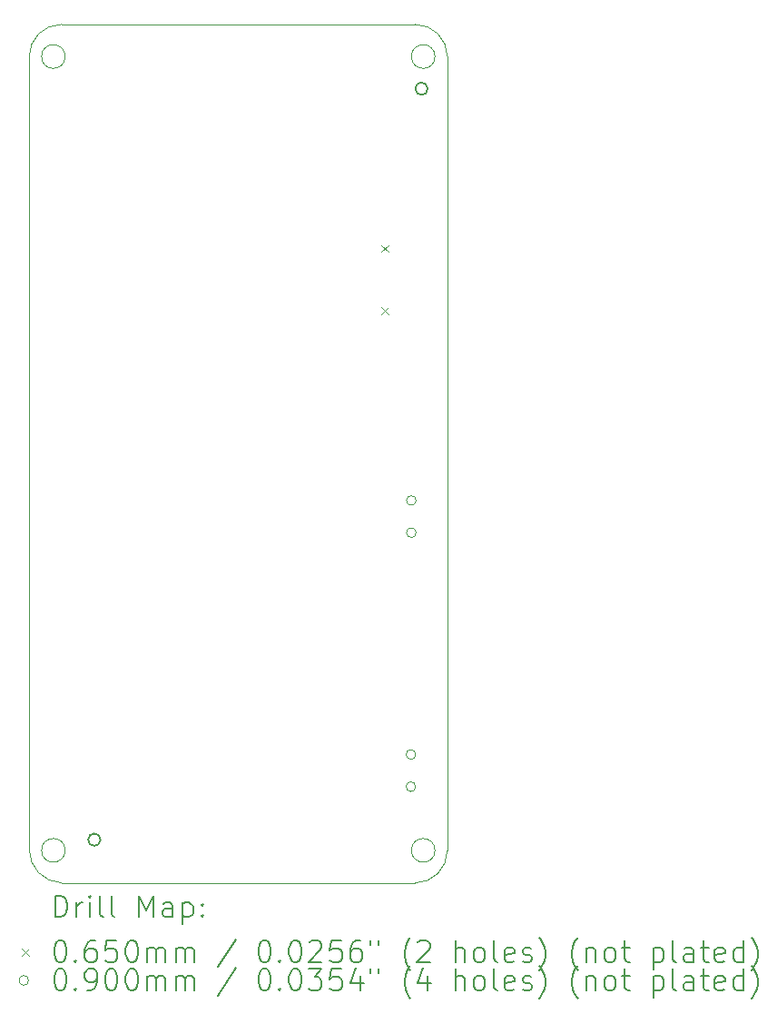
<source format=gbr>
%TF.GenerationSoftware,KiCad,Pcbnew,7.0.2-0*%
%TF.CreationDate,2023-11-23T12:17:39+01:00*%
%TF.ProjectId,Flight Computer,466c6967-6874-4204-936f-6d7075746572,1.1*%
%TF.SameCoordinates,Original*%
%TF.FileFunction,Drillmap*%
%TF.FilePolarity,Positive*%
%FSLAX45Y45*%
G04 Gerber Fmt 4.5, Leading zero omitted, Abs format (unit mm)*
G04 Created by KiCad (PCBNEW 7.0.2-0) date 2023-11-23 12:17:39*
%MOMM*%
%LPD*%
G01*
G04 APERTURE LIST*
%ADD10C,0.100000*%
%ADD11C,0.150000*%
%ADD12C,0.200000*%
%ADD13C,0.065000*%
%ADD14C,0.090000*%
G04 APERTURE END LIST*
D10*
X12300000Y-2153250D02*
G75*
G03*
X12000000Y-1853250I-300000J0D01*
G01*
X8735000Y-2153250D02*
G75*
G03*
X8735000Y-2153250I-110000J0D01*
G01*
X8700000Y-1853250D02*
G75*
G03*
X8400000Y-2153250I0J-300000D01*
G01*
D11*
X12116600Y-2453000D02*
G75*
G03*
X12116600Y-2453000I-57600J0D01*
G01*
D10*
X12000000Y-1853250D02*
X8700000Y-1853250D01*
X8735000Y-9550000D02*
G75*
G03*
X8735000Y-9550000I-110000J0D01*
G01*
X12185000Y-2153250D02*
G75*
G03*
X12185000Y-2153250I-110000J0D01*
G01*
X12000000Y-9853250D02*
G75*
G03*
X12300000Y-9553250I0J300000D01*
G01*
X8399765Y-9541118D02*
G75*
G03*
X8700000Y-9853250I312366J-2D01*
G01*
X12185000Y-9550000D02*
G75*
G03*
X12185000Y-9550000I-110000J0D01*
G01*
X8700000Y-9853250D02*
X12000000Y-9853250D01*
D11*
X9064600Y-9451000D02*
G75*
G03*
X9064600Y-9451000I-57600J0D01*
G01*
D10*
X12300000Y-9553250D02*
X12300000Y-2153250D01*
X8400000Y-2153250D02*
X8400000Y-9541118D01*
D12*
D13*
X11683500Y-3910750D02*
X11748500Y-3975750D01*
X11748500Y-3910750D02*
X11683500Y-3975750D01*
X11683500Y-4488750D02*
X11748500Y-4553750D01*
X11748500Y-4488750D02*
X11683500Y-4553750D01*
D14*
X12005000Y-8657000D02*
G75*
G03*
X12005000Y-8657000I-45000J0D01*
G01*
X12005000Y-8957000D02*
G75*
G03*
X12005000Y-8957000I-45000J0D01*
G01*
X12009000Y-6290000D02*
G75*
G03*
X12009000Y-6290000I-45000J0D01*
G01*
X12009000Y-6590000D02*
G75*
G03*
X12009000Y-6590000I-45000J0D01*
G01*
D12*
X8642383Y-10170774D02*
X8642383Y-9970774D01*
X8642383Y-9970774D02*
X8690002Y-9970774D01*
X8690002Y-9970774D02*
X8718574Y-9980298D01*
X8718574Y-9980298D02*
X8737622Y-9999345D01*
X8737622Y-9999345D02*
X8747145Y-10018393D01*
X8747145Y-10018393D02*
X8756669Y-10056488D01*
X8756669Y-10056488D02*
X8756669Y-10085060D01*
X8756669Y-10085060D02*
X8747145Y-10123155D01*
X8747145Y-10123155D02*
X8737622Y-10142202D01*
X8737622Y-10142202D02*
X8718574Y-10161250D01*
X8718574Y-10161250D02*
X8690002Y-10170774D01*
X8690002Y-10170774D02*
X8642383Y-10170774D01*
X8842383Y-10170774D02*
X8842383Y-10037440D01*
X8842383Y-10075536D02*
X8851907Y-10056488D01*
X8851907Y-10056488D02*
X8861431Y-10046964D01*
X8861431Y-10046964D02*
X8880479Y-10037440D01*
X8880479Y-10037440D02*
X8899526Y-10037440D01*
X8966193Y-10170774D02*
X8966193Y-10037440D01*
X8966193Y-9970774D02*
X8956669Y-9980298D01*
X8956669Y-9980298D02*
X8966193Y-9989821D01*
X8966193Y-9989821D02*
X8975717Y-9980298D01*
X8975717Y-9980298D02*
X8966193Y-9970774D01*
X8966193Y-9970774D02*
X8966193Y-9989821D01*
X9090002Y-10170774D02*
X9070955Y-10161250D01*
X9070955Y-10161250D02*
X9061431Y-10142202D01*
X9061431Y-10142202D02*
X9061431Y-9970774D01*
X9194764Y-10170774D02*
X9175717Y-10161250D01*
X9175717Y-10161250D02*
X9166193Y-10142202D01*
X9166193Y-10142202D02*
X9166193Y-9970774D01*
X9423336Y-10170774D02*
X9423336Y-9970774D01*
X9423336Y-9970774D02*
X9490003Y-10113631D01*
X9490003Y-10113631D02*
X9556669Y-9970774D01*
X9556669Y-9970774D02*
X9556669Y-10170774D01*
X9737622Y-10170774D02*
X9737622Y-10066012D01*
X9737622Y-10066012D02*
X9728098Y-10046964D01*
X9728098Y-10046964D02*
X9709050Y-10037440D01*
X9709050Y-10037440D02*
X9670955Y-10037440D01*
X9670955Y-10037440D02*
X9651907Y-10046964D01*
X9737622Y-10161250D02*
X9718574Y-10170774D01*
X9718574Y-10170774D02*
X9670955Y-10170774D01*
X9670955Y-10170774D02*
X9651907Y-10161250D01*
X9651907Y-10161250D02*
X9642383Y-10142202D01*
X9642383Y-10142202D02*
X9642383Y-10123155D01*
X9642383Y-10123155D02*
X9651907Y-10104107D01*
X9651907Y-10104107D02*
X9670955Y-10094583D01*
X9670955Y-10094583D02*
X9718574Y-10094583D01*
X9718574Y-10094583D02*
X9737622Y-10085060D01*
X9832860Y-10037440D02*
X9832860Y-10237440D01*
X9832860Y-10046964D02*
X9851907Y-10037440D01*
X9851907Y-10037440D02*
X9890003Y-10037440D01*
X9890003Y-10037440D02*
X9909050Y-10046964D01*
X9909050Y-10046964D02*
X9918574Y-10056488D01*
X9918574Y-10056488D02*
X9928098Y-10075536D01*
X9928098Y-10075536D02*
X9928098Y-10132679D01*
X9928098Y-10132679D02*
X9918574Y-10151726D01*
X9918574Y-10151726D02*
X9909050Y-10161250D01*
X9909050Y-10161250D02*
X9890003Y-10170774D01*
X9890003Y-10170774D02*
X9851907Y-10170774D01*
X9851907Y-10170774D02*
X9832860Y-10161250D01*
X10013812Y-10151726D02*
X10023336Y-10161250D01*
X10023336Y-10161250D02*
X10013812Y-10170774D01*
X10013812Y-10170774D02*
X10004288Y-10161250D01*
X10004288Y-10161250D02*
X10013812Y-10151726D01*
X10013812Y-10151726D02*
X10013812Y-10170774D01*
X10013812Y-10046964D02*
X10023336Y-10056488D01*
X10023336Y-10056488D02*
X10013812Y-10066012D01*
X10013812Y-10066012D02*
X10004288Y-10056488D01*
X10004288Y-10056488D02*
X10013812Y-10046964D01*
X10013812Y-10046964D02*
X10013812Y-10066012D01*
D13*
X8329764Y-10465750D02*
X8394764Y-10530750D01*
X8394764Y-10465750D02*
X8329764Y-10530750D01*
D12*
X8680479Y-10390774D02*
X8699526Y-10390774D01*
X8699526Y-10390774D02*
X8718574Y-10400298D01*
X8718574Y-10400298D02*
X8728098Y-10409821D01*
X8728098Y-10409821D02*
X8737622Y-10428869D01*
X8737622Y-10428869D02*
X8747145Y-10466964D01*
X8747145Y-10466964D02*
X8747145Y-10514583D01*
X8747145Y-10514583D02*
X8737622Y-10552679D01*
X8737622Y-10552679D02*
X8728098Y-10571726D01*
X8728098Y-10571726D02*
X8718574Y-10581250D01*
X8718574Y-10581250D02*
X8699526Y-10590774D01*
X8699526Y-10590774D02*
X8680479Y-10590774D01*
X8680479Y-10590774D02*
X8661431Y-10581250D01*
X8661431Y-10581250D02*
X8651907Y-10571726D01*
X8651907Y-10571726D02*
X8642383Y-10552679D01*
X8642383Y-10552679D02*
X8632860Y-10514583D01*
X8632860Y-10514583D02*
X8632860Y-10466964D01*
X8632860Y-10466964D02*
X8642383Y-10428869D01*
X8642383Y-10428869D02*
X8651907Y-10409821D01*
X8651907Y-10409821D02*
X8661431Y-10400298D01*
X8661431Y-10400298D02*
X8680479Y-10390774D01*
X8832860Y-10571726D02*
X8842383Y-10581250D01*
X8842383Y-10581250D02*
X8832860Y-10590774D01*
X8832860Y-10590774D02*
X8823336Y-10581250D01*
X8823336Y-10581250D02*
X8832860Y-10571726D01*
X8832860Y-10571726D02*
X8832860Y-10590774D01*
X9013812Y-10390774D02*
X8975717Y-10390774D01*
X8975717Y-10390774D02*
X8956669Y-10400298D01*
X8956669Y-10400298D02*
X8947145Y-10409821D01*
X8947145Y-10409821D02*
X8928098Y-10438393D01*
X8928098Y-10438393D02*
X8918574Y-10476488D01*
X8918574Y-10476488D02*
X8918574Y-10552679D01*
X8918574Y-10552679D02*
X8928098Y-10571726D01*
X8928098Y-10571726D02*
X8937622Y-10581250D01*
X8937622Y-10581250D02*
X8956669Y-10590774D01*
X8956669Y-10590774D02*
X8994764Y-10590774D01*
X8994764Y-10590774D02*
X9013812Y-10581250D01*
X9013812Y-10581250D02*
X9023336Y-10571726D01*
X9023336Y-10571726D02*
X9032860Y-10552679D01*
X9032860Y-10552679D02*
X9032860Y-10505060D01*
X9032860Y-10505060D02*
X9023336Y-10486012D01*
X9023336Y-10486012D02*
X9013812Y-10476488D01*
X9013812Y-10476488D02*
X8994764Y-10466964D01*
X8994764Y-10466964D02*
X8956669Y-10466964D01*
X8956669Y-10466964D02*
X8937622Y-10476488D01*
X8937622Y-10476488D02*
X8928098Y-10486012D01*
X8928098Y-10486012D02*
X8918574Y-10505060D01*
X9213812Y-10390774D02*
X9118574Y-10390774D01*
X9118574Y-10390774D02*
X9109050Y-10486012D01*
X9109050Y-10486012D02*
X9118574Y-10476488D01*
X9118574Y-10476488D02*
X9137622Y-10466964D01*
X9137622Y-10466964D02*
X9185241Y-10466964D01*
X9185241Y-10466964D02*
X9204288Y-10476488D01*
X9204288Y-10476488D02*
X9213812Y-10486012D01*
X9213812Y-10486012D02*
X9223336Y-10505060D01*
X9223336Y-10505060D02*
X9223336Y-10552679D01*
X9223336Y-10552679D02*
X9213812Y-10571726D01*
X9213812Y-10571726D02*
X9204288Y-10581250D01*
X9204288Y-10581250D02*
X9185241Y-10590774D01*
X9185241Y-10590774D02*
X9137622Y-10590774D01*
X9137622Y-10590774D02*
X9118574Y-10581250D01*
X9118574Y-10581250D02*
X9109050Y-10571726D01*
X9347145Y-10390774D02*
X9366193Y-10390774D01*
X9366193Y-10390774D02*
X9385241Y-10400298D01*
X9385241Y-10400298D02*
X9394764Y-10409821D01*
X9394764Y-10409821D02*
X9404288Y-10428869D01*
X9404288Y-10428869D02*
X9413812Y-10466964D01*
X9413812Y-10466964D02*
X9413812Y-10514583D01*
X9413812Y-10514583D02*
X9404288Y-10552679D01*
X9404288Y-10552679D02*
X9394764Y-10571726D01*
X9394764Y-10571726D02*
X9385241Y-10581250D01*
X9385241Y-10581250D02*
X9366193Y-10590774D01*
X9366193Y-10590774D02*
X9347145Y-10590774D01*
X9347145Y-10590774D02*
X9328098Y-10581250D01*
X9328098Y-10581250D02*
X9318574Y-10571726D01*
X9318574Y-10571726D02*
X9309050Y-10552679D01*
X9309050Y-10552679D02*
X9299526Y-10514583D01*
X9299526Y-10514583D02*
X9299526Y-10466964D01*
X9299526Y-10466964D02*
X9309050Y-10428869D01*
X9309050Y-10428869D02*
X9318574Y-10409821D01*
X9318574Y-10409821D02*
X9328098Y-10400298D01*
X9328098Y-10400298D02*
X9347145Y-10390774D01*
X9499526Y-10590774D02*
X9499526Y-10457440D01*
X9499526Y-10476488D02*
X9509050Y-10466964D01*
X9509050Y-10466964D02*
X9528098Y-10457440D01*
X9528098Y-10457440D02*
X9556669Y-10457440D01*
X9556669Y-10457440D02*
X9575717Y-10466964D01*
X9575717Y-10466964D02*
X9585241Y-10486012D01*
X9585241Y-10486012D02*
X9585241Y-10590774D01*
X9585241Y-10486012D02*
X9594764Y-10466964D01*
X9594764Y-10466964D02*
X9613812Y-10457440D01*
X9613812Y-10457440D02*
X9642383Y-10457440D01*
X9642383Y-10457440D02*
X9661431Y-10466964D01*
X9661431Y-10466964D02*
X9670955Y-10486012D01*
X9670955Y-10486012D02*
X9670955Y-10590774D01*
X9766193Y-10590774D02*
X9766193Y-10457440D01*
X9766193Y-10476488D02*
X9775717Y-10466964D01*
X9775717Y-10466964D02*
X9794764Y-10457440D01*
X9794764Y-10457440D02*
X9823336Y-10457440D01*
X9823336Y-10457440D02*
X9842384Y-10466964D01*
X9842384Y-10466964D02*
X9851907Y-10486012D01*
X9851907Y-10486012D02*
X9851907Y-10590774D01*
X9851907Y-10486012D02*
X9861431Y-10466964D01*
X9861431Y-10466964D02*
X9880479Y-10457440D01*
X9880479Y-10457440D02*
X9909050Y-10457440D01*
X9909050Y-10457440D02*
X9928098Y-10466964D01*
X9928098Y-10466964D02*
X9937622Y-10486012D01*
X9937622Y-10486012D02*
X9937622Y-10590774D01*
X10328098Y-10381250D02*
X10156669Y-10638393D01*
X10585241Y-10390774D02*
X10604288Y-10390774D01*
X10604288Y-10390774D02*
X10623336Y-10400298D01*
X10623336Y-10400298D02*
X10632860Y-10409821D01*
X10632860Y-10409821D02*
X10642384Y-10428869D01*
X10642384Y-10428869D02*
X10651907Y-10466964D01*
X10651907Y-10466964D02*
X10651907Y-10514583D01*
X10651907Y-10514583D02*
X10642384Y-10552679D01*
X10642384Y-10552679D02*
X10632860Y-10571726D01*
X10632860Y-10571726D02*
X10623336Y-10581250D01*
X10623336Y-10581250D02*
X10604288Y-10590774D01*
X10604288Y-10590774D02*
X10585241Y-10590774D01*
X10585241Y-10590774D02*
X10566193Y-10581250D01*
X10566193Y-10581250D02*
X10556669Y-10571726D01*
X10556669Y-10571726D02*
X10547146Y-10552679D01*
X10547146Y-10552679D02*
X10537622Y-10514583D01*
X10537622Y-10514583D02*
X10537622Y-10466964D01*
X10537622Y-10466964D02*
X10547146Y-10428869D01*
X10547146Y-10428869D02*
X10556669Y-10409821D01*
X10556669Y-10409821D02*
X10566193Y-10400298D01*
X10566193Y-10400298D02*
X10585241Y-10390774D01*
X10737622Y-10571726D02*
X10747146Y-10581250D01*
X10747146Y-10581250D02*
X10737622Y-10590774D01*
X10737622Y-10590774D02*
X10728098Y-10581250D01*
X10728098Y-10581250D02*
X10737622Y-10571726D01*
X10737622Y-10571726D02*
X10737622Y-10590774D01*
X10870955Y-10390774D02*
X10890003Y-10390774D01*
X10890003Y-10390774D02*
X10909050Y-10400298D01*
X10909050Y-10400298D02*
X10918574Y-10409821D01*
X10918574Y-10409821D02*
X10928098Y-10428869D01*
X10928098Y-10428869D02*
X10937622Y-10466964D01*
X10937622Y-10466964D02*
X10937622Y-10514583D01*
X10937622Y-10514583D02*
X10928098Y-10552679D01*
X10928098Y-10552679D02*
X10918574Y-10571726D01*
X10918574Y-10571726D02*
X10909050Y-10581250D01*
X10909050Y-10581250D02*
X10890003Y-10590774D01*
X10890003Y-10590774D02*
X10870955Y-10590774D01*
X10870955Y-10590774D02*
X10851907Y-10581250D01*
X10851907Y-10581250D02*
X10842384Y-10571726D01*
X10842384Y-10571726D02*
X10832860Y-10552679D01*
X10832860Y-10552679D02*
X10823336Y-10514583D01*
X10823336Y-10514583D02*
X10823336Y-10466964D01*
X10823336Y-10466964D02*
X10832860Y-10428869D01*
X10832860Y-10428869D02*
X10842384Y-10409821D01*
X10842384Y-10409821D02*
X10851907Y-10400298D01*
X10851907Y-10400298D02*
X10870955Y-10390774D01*
X11013812Y-10409821D02*
X11023336Y-10400298D01*
X11023336Y-10400298D02*
X11042384Y-10390774D01*
X11042384Y-10390774D02*
X11090003Y-10390774D01*
X11090003Y-10390774D02*
X11109050Y-10400298D01*
X11109050Y-10400298D02*
X11118574Y-10409821D01*
X11118574Y-10409821D02*
X11128098Y-10428869D01*
X11128098Y-10428869D02*
X11128098Y-10447917D01*
X11128098Y-10447917D02*
X11118574Y-10476488D01*
X11118574Y-10476488D02*
X11004288Y-10590774D01*
X11004288Y-10590774D02*
X11128098Y-10590774D01*
X11309050Y-10390774D02*
X11213812Y-10390774D01*
X11213812Y-10390774D02*
X11204288Y-10486012D01*
X11204288Y-10486012D02*
X11213812Y-10476488D01*
X11213812Y-10476488D02*
X11232860Y-10466964D01*
X11232860Y-10466964D02*
X11280479Y-10466964D01*
X11280479Y-10466964D02*
X11299526Y-10476488D01*
X11299526Y-10476488D02*
X11309050Y-10486012D01*
X11309050Y-10486012D02*
X11318574Y-10505060D01*
X11318574Y-10505060D02*
X11318574Y-10552679D01*
X11318574Y-10552679D02*
X11309050Y-10571726D01*
X11309050Y-10571726D02*
X11299526Y-10581250D01*
X11299526Y-10581250D02*
X11280479Y-10590774D01*
X11280479Y-10590774D02*
X11232860Y-10590774D01*
X11232860Y-10590774D02*
X11213812Y-10581250D01*
X11213812Y-10581250D02*
X11204288Y-10571726D01*
X11490003Y-10390774D02*
X11451907Y-10390774D01*
X11451907Y-10390774D02*
X11432860Y-10400298D01*
X11432860Y-10400298D02*
X11423336Y-10409821D01*
X11423336Y-10409821D02*
X11404288Y-10438393D01*
X11404288Y-10438393D02*
X11394765Y-10476488D01*
X11394765Y-10476488D02*
X11394765Y-10552679D01*
X11394765Y-10552679D02*
X11404288Y-10571726D01*
X11404288Y-10571726D02*
X11413812Y-10581250D01*
X11413812Y-10581250D02*
X11432860Y-10590774D01*
X11432860Y-10590774D02*
X11470955Y-10590774D01*
X11470955Y-10590774D02*
X11490003Y-10581250D01*
X11490003Y-10581250D02*
X11499526Y-10571726D01*
X11499526Y-10571726D02*
X11509050Y-10552679D01*
X11509050Y-10552679D02*
X11509050Y-10505060D01*
X11509050Y-10505060D02*
X11499526Y-10486012D01*
X11499526Y-10486012D02*
X11490003Y-10476488D01*
X11490003Y-10476488D02*
X11470955Y-10466964D01*
X11470955Y-10466964D02*
X11432860Y-10466964D01*
X11432860Y-10466964D02*
X11413812Y-10476488D01*
X11413812Y-10476488D02*
X11404288Y-10486012D01*
X11404288Y-10486012D02*
X11394765Y-10505060D01*
X11585241Y-10390774D02*
X11585241Y-10428869D01*
X11661431Y-10390774D02*
X11661431Y-10428869D01*
X11956669Y-10666964D02*
X11947146Y-10657440D01*
X11947146Y-10657440D02*
X11928098Y-10628869D01*
X11928098Y-10628869D02*
X11918574Y-10609821D01*
X11918574Y-10609821D02*
X11909050Y-10581250D01*
X11909050Y-10581250D02*
X11899527Y-10533631D01*
X11899527Y-10533631D02*
X11899527Y-10495536D01*
X11899527Y-10495536D02*
X11909050Y-10447917D01*
X11909050Y-10447917D02*
X11918574Y-10419345D01*
X11918574Y-10419345D02*
X11928098Y-10400298D01*
X11928098Y-10400298D02*
X11947146Y-10371726D01*
X11947146Y-10371726D02*
X11956669Y-10362202D01*
X12023336Y-10409821D02*
X12032860Y-10400298D01*
X12032860Y-10400298D02*
X12051907Y-10390774D01*
X12051907Y-10390774D02*
X12099527Y-10390774D01*
X12099527Y-10390774D02*
X12118574Y-10400298D01*
X12118574Y-10400298D02*
X12128098Y-10409821D01*
X12128098Y-10409821D02*
X12137622Y-10428869D01*
X12137622Y-10428869D02*
X12137622Y-10447917D01*
X12137622Y-10447917D02*
X12128098Y-10476488D01*
X12128098Y-10476488D02*
X12013812Y-10590774D01*
X12013812Y-10590774D02*
X12137622Y-10590774D01*
X12375717Y-10590774D02*
X12375717Y-10390774D01*
X12461431Y-10590774D02*
X12461431Y-10486012D01*
X12461431Y-10486012D02*
X12451908Y-10466964D01*
X12451908Y-10466964D02*
X12432860Y-10457440D01*
X12432860Y-10457440D02*
X12404288Y-10457440D01*
X12404288Y-10457440D02*
X12385241Y-10466964D01*
X12385241Y-10466964D02*
X12375717Y-10476488D01*
X12585241Y-10590774D02*
X12566193Y-10581250D01*
X12566193Y-10581250D02*
X12556669Y-10571726D01*
X12556669Y-10571726D02*
X12547146Y-10552679D01*
X12547146Y-10552679D02*
X12547146Y-10495536D01*
X12547146Y-10495536D02*
X12556669Y-10476488D01*
X12556669Y-10476488D02*
X12566193Y-10466964D01*
X12566193Y-10466964D02*
X12585241Y-10457440D01*
X12585241Y-10457440D02*
X12613812Y-10457440D01*
X12613812Y-10457440D02*
X12632860Y-10466964D01*
X12632860Y-10466964D02*
X12642384Y-10476488D01*
X12642384Y-10476488D02*
X12651908Y-10495536D01*
X12651908Y-10495536D02*
X12651908Y-10552679D01*
X12651908Y-10552679D02*
X12642384Y-10571726D01*
X12642384Y-10571726D02*
X12632860Y-10581250D01*
X12632860Y-10581250D02*
X12613812Y-10590774D01*
X12613812Y-10590774D02*
X12585241Y-10590774D01*
X12766193Y-10590774D02*
X12747146Y-10581250D01*
X12747146Y-10581250D02*
X12737622Y-10562202D01*
X12737622Y-10562202D02*
X12737622Y-10390774D01*
X12918574Y-10581250D02*
X12899527Y-10590774D01*
X12899527Y-10590774D02*
X12861431Y-10590774D01*
X12861431Y-10590774D02*
X12842384Y-10581250D01*
X12842384Y-10581250D02*
X12832860Y-10562202D01*
X12832860Y-10562202D02*
X12832860Y-10486012D01*
X12832860Y-10486012D02*
X12842384Y-10466964D01*
X12842384Y-10466964D02*
X12861431Y-10457440D01*
X12861431Y-10457440D02*
X12899527Y-10457440D01*
X12899527Y-10457440D02*
X12918574Y-10466964D01*
X12918574Y-10466964D02*
X12928098Y-10486012D01*
X12928098Y-10486012D02*
X12928098Y-10505060D01*
X12928098Y-10505060D02*
X12832860Y-10524107D01*
X13004289Y-10581250D02*
X13023336Y-10590774D01*
X13023336Y-10590774D02*
X13061431Y-10590774D01*
X13061431Y-10590774D02*
X13080479Y-10581250D01*
X13080479Y-10581250D02*
X13090003Y-10562202D01*
X13090003Y-10562202D02*
X13090003Y-10552679D01*
X13090003Y-10552679D02*
X13080479Y-10533631D01*
X13080479Y-10533631D02*
X13061431Y-10524107D01*
X13061431Y-10524107D02*
X13032860Y-10524107D01*
X13032860Y-10524107D02*
X13013812Y-10514583D01*
X13013812Y-10514583D02*
X13004289Y-10495536D01*
X13004289Y-10495536D02*
X13004289Y-10486012D01*
X13004289Y-10486012D02*
X13013812Y-10466964D01*
X13013812Y-10466964D02*
X13032860Y-10457440D01*
X13032860Y-10457440D02*
X13061431Y-10457440D01*
X13061431Y-10457440D02*
X13080479Y-10466964D01*
X13156670Y-10666964D02*
X13166193Y-10657440D01*
X13166193Y-10657440D02*
X13185241Y-10628869D01*
X13185241Y-10628869D02*
X13194765Y-10609821D01*
X13194765Y-10609821D02*
X13204289Y-10581250D01*
X13204289Y-10581250D02*
X13213812Y-10533631D01*
X13213812Y-10533631D02*
X13213812Y-10495536D01*
X13213812Y-10495536D02*
X13204289Y-10447917D01*
X13204289Y-10447917D02*
X13194765Y-10419345D01*
X13194765Y-10419345D02*
X13185241Y-10400298D01*
X13185241Y-10400298D02*
X13166193Y-10371726D01*
X13166193Y-10371726D02*
X13156670Y-10362202D01*
X13518574Y-10666964D02*
X13509050Y-10657440D01*
X13509050Y-10657440D02*
X13490003Y-10628869D01*
X13490003Y-10628869D02*
X13480479Y-10609821D01*
X13480479Y-10609821D02*
X13470955Y-10581250D01*
X13470955Y-10581250D02*
X13461431Y-10533631D01*
X13461431Y-10533631D02*
X13461431Y-10495536D01*
X13461431Y-10495536D02*
X13470955Y-10447917D01*
X13470955Y-10447917D02*
X13480479Y-10419345D01*
X13480479Y-10419345D02*
X13490003Y-10400298D01*
X13490003Y-10400298D02*
X13509050Y-10371726D01*
X13509050Y-10371726D02*
X13518574Y-10362202D01*
X13594765Y-10457440D02*
X13594765Y-10590774D01*
X13594765Y-10476488D02*
X13604289Y-10466964D01*
X13604289Y-10466964D02*
X13623336Y-10457440D01*
X13623336Y-10457440D02*
X13651908Y-10457440D01*
X13651908Y-10457440D02*
X13670955Y-10466964D01*
X13670955Y-10466964D02*
X13680479Y-10486012D01*
X13680479Y-10486012D02*
X13680479Y-10590774D01*
X13804289Y-10590774D02*
X13785241Y-10581250D01*
X13785241Y-10581250D02*
X13775717Y-10571726D01*
X13775717Y-10571726D02*
X13766193Y-10552679D01*
X13766193Y-10552679D02*
X13766193Y-10495536D01*
X13766193Y-10495536D02*
X13775717Y-10476488D01*
X13775717Y-10476488D02*
X13785241Y-10466964D01*
X13785241Y-10466964D02*
X13804289Y-10457440D01*
X13804289Y-10457440D02*
X13832860Y-10457440D01*
X13832860Y-10457440D02*
X13851908Y-10466964D01*
X13851908Y-10466964D02*
X13861431Y-10476488D01*
X13861431Y-10476488D02*
X13870955Y-10495536D01*
X13870955Y-10495536D02*
X13870955Y-10552679D01*
X13870955Y-10552679D02*
X13861431Y-10571726D01*
X13861431Y-10571726D02*
X13851908Y-10581250D01*
X13851908Y-10581250D02*
X13832860Y-10590774D01*
X13832860Y-10590774D02*
X13804289Y-10590774D01*
X13928098Y-10457440D02*
X14004289Y-10457440D01*
X13956670Y-10390774D02*
X13956670Y-10562202D01*
X13956670Y-10562202D02*
X13966193Y-10581250D01*
X13966193Y-10581250D02*
X13985241Y-10590774D01*
X13985241Y-10590774D02*
X14004289Y-10590774D01*
X14223336Y-10457440D02*
X14223336Y-10657440D01*
X14223336Y-10466964D02*
X14242384Y-10457440D01*
X14242384Y-10457440D02*
X14280479Y-10457440D01*
X14280479Y-10457440D02*
X14299527Y-10466964D01*
X14299527Y-10466964D02*
X14309051Y-10476488D01*
X14309051Y-10476488D02*
X14318574Y-10495536D01*
X14318574Y-10495536D02*
X14318574Y-10552679D01*
X14318574Y-10552679D02*
X14309051Y-10571726D01*
X14309051Y-10571726D02*
X14299527Y-10581250D01*
X14299527Y-10581250D02*
X14280479Y-10590774D01*
X14280479Y-10590774D02*
X14242384Y-10590774D01*
X14242384Y-10590774D02*
X14223336Y-10581250D01*
X14432860Y-10590774D02*
X14413812Y-10581250D01*
X14413812Y-10581250D02*
X14404289Y-10562202D01*
X14404289Y-10562202D02*
X14404289Y-10390774D01*
X14594765Y-10590774D02*
X14594765Y-10486012D01*
X14594765Y-10486012D02*
X14585241Y-10466964D01*
X14585241Y-10466964D02*
X14566193Y-10457440D01*
X14566193Y-10457440D02*
X14528098Y-10457440D01*
X14528098Y-10457440D02*
X14509051Y-10466964D01*
X14594765Y-10581250D02*
X14575717Y-10590774D01*
X14575717Y-10590774D02*
X14528098Y-10590774D01*
X14528098Y-10590774D02*
X14509051Y-10581250D01*
X14509051Y-10581250D02*
X14499527Y-10562202D01*
X14499527Y-10562202D02*
X14499527Y-10543155D01*
X14499527Y-10543155D02*
X14509051Y-10524107D01*
X14509051Y-10524107D02*
X14528098Y-10514583D01*
X14528098Y-10514583D02*
X14575717Y-10514583D01*
X14575717Y-10514583D02*
X14594765Y-10505060D01*
X14661432Y-10457440D02*
X14737622Y-10457440D01*
X14690003Y-10390774D02*
X14690003Y-10562202D01*
X14690003Y-10562202D02*
X14699527Y-10581250D01*
X14699527Y-10581250D02*
X14718574Y-10590774D01*
X14718574Y-10590774D02*
X14737622Y-10590774D01*
X14880479Y-10581250D02*
X14861432Y-10590774D01*
X14861432Y-10590774D02*
X14823336Y-10590774D01*
X14823336Y-10590774D02*
X14804289Y-10581250D01*
X14804289Y-10581250D02*
X14794765Y-10562202D01*
X14794765Y-10562202D02*
X14794765Y-10486012D01*
X14794765Y-10486012D02*
X14804289Y-10466964D01*
X14804289Y-10466964D02*
X14823336Y-10457440D01*
X14823336Y-10457440D02*
X14861432Y-10457440D01*
X14861432Y-10457440D02*
X14880479Y-10466964D01*
X14880479Y-10466964D02*
X14890003Y-10486012D01*
X14890003Y-10486012D02*
X14890003Y-10505060D01*
X14890003Y-10505060D02*
X14794765Y-10524107D01*
X15061432Y-10590774D02*
X15061432Y-10390774D01*
X15061432Y-10581250D02*
X15042384Y-10590774D01*
X15042384Y-10590774D02*
X15004289Y-10590774D01*
X15004289Y-10590774D02*
X14985241Y-10581250D01*
X14985241Y-10581250D02*
X14975717Y-10571726D01*
X14975717Y-10571726D02*
X14966193Y-10552679D01*
X14966193Y-10552679D02*
X14966193Y-10495536D01*
X14966193Y-10495536D02*
X14975717Y-10476488D01*
X14975717Y-10476488D02*
X14985241Y-10466964D01*
X14985241Y-10466964D02*
X15004289Y-10457440D01*
X15004289Y-10457440D02*
X15042384Y-10457440D01*
X15042384Y-10457440D02*
X15061432Y-10466964D01*
X15137622Y-10666964D02*
X15147146Y-10657440D01*
X15147146Y-10657440D02*
X15166193Y-10628869D01*
X15166193Y-10628869D02*
X15175717Y-10609821D01*
X15175717Y-10609821D02*
X15185241Y-10581250D01*
X15185241Y-10581250D02*
X15194765Y-10533631D01*
X15194765Y-10533631D02*
X15194765Y-10495536D01*
X15194765Y-10495536D02*
X15185241Y-10447917D01*
X15185241Y-10447917D02*
X15175717Y-10419345D01*
X15175717Y-10419345D02*
X15166193Y-10400298D01*
X15166193Y-10400298D02*
X15147146Y-10371726D01*
X15147146Y-10371726D02*
X15137622Y-10362202D01*
D14*
X8394764Y-10762250D02*
G75*
G03*
X8394764Y-10762250I-45000J0D01*
G01*
D12*
X8680479Y-10654774D02*
X8699526Y-10654774D01*
X8699526Y-10654774D02*
X8718574Y-10664298D01*
X8718574Y-10664298D02*
X8728098Y-10673821D01*
X8728098Y-10673821D02*
X8737622Y-10692869D01*
X8737622Y-10692869D02*
X8747145Y-10730964D01*
X8747145Y-10730964D02*
X8747145Y-10778583D01*
X8747145Y-10778583D02*
X8737622Y-10816679D01*
X8737622Y-10816679D02*
X8728098Y-10835726D01*
X8728098Y-10835726D02*
X8718574Y-10845250D01*
X8718574Y-10845250D02*
X8699526Y-10854774D01*
X8699526Y-10854774D02*
X8680479Y-10854774D01*
X8680479Y-10854774D02*
X8661431Y-10845250D01*
X8661431Y-10845250D02*
X8651907Y-10835726D01*
X8651907Y-10835726D02*
X8642383Y-10816679D01*
X8642383Y-10816679D02*
X8632860Y-10778583D01*
X8632860Y-10778583D02*
X8632860Y-10730964D01*
X8632860Y-10730964D02*
X8642383Y-10692869D01*
X8642383Y-10692869D02*
X8651907Y-10673821D01*
X8651907Y-10673821D02*
X8661431Y-10664298D01*
X8661431Y-10664298D02*
X8680479Y-10654774D01*
X8832860Y-10835726D02*
X8842383Y-10845250D01*
X8842383Y-10845250D02*
X8832860Y-10854774D01*
X8832860Y-10854774D02*
X8823336Y-10845250D01*
X8823336Y-10845250D02*
X8832860Y-10835726D01*
X8832860Y-10835726D02*
X8832860Y-10854774D01*
X8937622Y-10854774D02*
X8975717Y-10854774D01*
X8975717Y-10854774D02*
X8994764Y-10845250D01*
X8994764Y-10845250D02*
X9004288Y-10835726D01*
X9004288Y-10835726D02*
X9023336Y-10807155D01*
X9023336Y-10807155D02*
X9032860Y-10769060D01*
X9032860Y-10769060D02*
X9032860Y-10692869D01*
X9032860Y-10692869D02*
X9023336Y-10673821D01*
X9023336Y-10673821D02*
X9013812Y-10664298D01*
X9013812Y-10664298D02*
X8994764Y-10654774D01*
X8994764Y-10654774D02*
X8956669Y-10654774D01*
X8956669Y-10654774D02*
X8937622Y-10664298D01*
X8937622Y-10664298D02*
X8928098Y-10673821D01*
X8928098Y-10673821D02*
X8918574Y-10692869D01*
X8918574Y-10692869D02*
X8918574Y-10740488D01*
X8918574Y-10740488D02*
X8928098Y-10759536D01*
X8928098Y-10759536D02*
X8937622Y-10769060D01*
X8937622Y-10769060D02*
X8956669Y-10778583D01*
X8956669Y-10778583D02*
X8994764Y-10778583D01*
X8994764Y-10778583D02*
X9013812Y-10769060D01*
X9013812Y-10769060D02*
X9023336Y-10759536D01*
X9023336Y-10759536D02*
X9032860Y-10740488D01*
X9156669Y-10654774D02*
X9175717Y-10654774D01*
X9175717Y-10654774D02*
X9194764Y-10664298D01*
X9194764Y-10664298D02*
X9204288Y-10673821D01*
X9204288Y-10673821D02*
X9213812Y-10692869D01*
X9213812Y-10692869D02*
X9223336Y-10730964D01*
X9223336Y-10730964D02*
X9223336Y-10778583D01*
X9223336Y-10778583D02*
X9213812Y-10816679D01*
X9213812Y-10816679D02*
X9204288Y-10835726D01*
X9204288Y-10835726D02*
X9194764Y-10845250D01*
X9194764Y-10845250D02*
X9175717Y-10854774D01*
X9175717Y-10854774D02*
X9156669Y-10854774D01*
X9156669Y-10854774D02*
X9137622Y-10845250D01*
X9137622Y-10845250D02*
X9128098Y-10835726D01*
X9128098Y-10835726D02*
X9118574Y-10816679D01*
X9118574Y-10816679D02*
X9109050Y-10778583D01*
X9109050Y-10778583D02*
X9109050Y-10730964D01*
X9109050Y-10730964D02*
X9118574Y-10692869D01*
X9118574Y-10692869D02*
X9128098Y-10673821D01*
X9128098Y-10673821D02*
X9137622Y-10664298D01*
X9137622Y-10664298D02*
X9156669Y-10654774D01*
X9347145Y-10654774D02*
X9366193Y-10654774D01*
X9366193Y-10654774D02*
X9385241Y-10664298D01*
X9385241Y-10664298D02*
X9394764Y-10673821D01*
X9394764Y-10673821D02*
X9404288Y-10692869D01*
X9404288Y-10692869D02*
X9413812Y-10730964D01*
X9413812Y-10730964D02*
X9413812Y-10778583D01*
X9413812Y-10778583D02*
X9404288Y-10816679D01*
X9404288Y-10816679D02*
X9394764Y-10835726D01*
X9394764Y-10835726D02*
X9385241Y-10845250D01*
X9385241Y-10845250D02*
X9366193Y-10854774D01*
X9366193Y-10854774D02*
X9347145Y-10854774D01*
X9347145Y-10854774D02*
X9328098Y-10845250D01*
X9328098Y-10845250D02*
X9318574Y-10835726D01*
X9318574Y-10835726D02*
X9309050Y-10816679D01*
X9309050Y-10816679D02*
X9299526Y-10778583D01*
X9299526Y-10778583D02*
X9299526Y-10730964D01*
X9299526Y-10730964D02*
X9309050Y-10692869D01*
X9309050Y-10692869D02*
X9318574Y-10673821D01*
X9318574Y-10673821D02*
X9328098Y-10664298D01*
X9328098Y-10664298D02*
X9347145Y-10654774D01*
X9499526Y-10854774D02*
X9499526Y-10721440D01*
X9499526Y-10740488D02*
X9509050Y-10730964D01*
X9509050Y-10730964D02*
X9528098Y-10721440D01*
X9528098Y-10721440D02*
X9556669Y-10721440D01*
X9556669Y-10721440D02*
X9575717Y-10730964D01*
X9575717Y-10730964D02*
X9585241Y-10750012D01*
X9585241Y-10750012D02*
X9585241Y-10854774D01*
X9585241Y-10750012D02*
X9594764Y-10730964D01*
X9594764Y-10730964D02*
X9613812Y-10721440D01*
X9613812Y-10721440D02*
X9642383Y-10721440D01*
X9642383Y-10721440D02*
X9661431Y-10730964D01*
X9661431Y-10730964D02*
X9670955Y-10750012D01*
X9670955Y-10750012D02*
X9670955Y-10854774D01*
X9766193Y-10854774D02*
X9766193Y-10721440D01*
X9766193Y-10740488D02*
X9775717Y-10730964D01*
X9775717Y-10730964D02*
X9794764Y-10721440D01*
X9794764Y-10721440D02*
X9823336Y-10721440D01*
X9823336Y-10721440D02*
X9842384Y-10730964D01*
X9842384Y-10730964D02*
X9851907Y-10750012D01*
X9851907Y-10750012D02*
X9851907Y-10854774D01*
X9851907Y-10750012D02*
X9861431Y-10730964D01*
X9861431Y-10730964D02*
X9880479Y-10721440D01*
X9880479Y-10721440D02*
X9909050Y-10721440D01*
X9909050Y-10721440D02*
X9928098Y-10730964D01*
X9928098Y-10730964D02*
X9937622Y-10750012D01*
X9937622Y-10750012D02*
X9937622Y-10854774D01*
X10328098Y-10645250D02*
X10156669Y-10902393D01*
X10585241Y-10654774D02*
X10604288Y-10654774D01*
X10604288Y-10654774D02*
X10623336Y-10664298D01*
X10623336Y-10664298D02*
X10632860Y-10673821D01*
X10632860Y-10673821D02*
X10642384Y-10692869D01*
X10642384Y-10692869D02*
X10651907Y-10730964D01*
X10651907Y-10730964D02*
X10651907Y-10778583D01*
X10651907Y-10778583D02*
X10642384Y-10816679D01*
X10642384Y-10816679D02*
X10632860Y-10835726D01*
X10632860Y-10835726D02*
X10623336Y-10845250D01*
X10623336Y-10845250D02*
X10604288Y-10854774D01*
X10604288Y-10854774D02*
X10585241Y-10854774D01*
X10585241Y-10854774D02*
X10566193Y-10845250D01*
X10566193Y-10845250D02*
X10556669Y-10835726D01*
X10556669Y-10835726D02*
X10547146Y-10816679D01*
X10547146Y-10816679D02*
X10537622Y-10778583D01*
X10537622Y-10778583D02*
X10537622Y-10730964D01*
X10537622Y-10730964D02*
X10547146Y-10692869D01*
X10547146Y-10692869D02*
X10556669Y-10673821D01*
X10556669Y-10673821D02*
X10566193Y-10664298D01*
X10566193Y-10664298D02*
X10585241Y-10654774D01*
X10737622Y-10835726D02*
X10747146Y-10845250D01*
X10747146Y-10845250D02*
X10737622Y-10854774D01*
X10737622Y-10854774D02*
X10728098Y-10845250D01*
X10728098Y-10845250D02*
X10737622Y-10835726D01*
X10737622Y-10835726D02*
X10737622Y-10854774D01*
X10870955Y-10654774D02*
X10890003Y-10654774D01*
X10890003Y-10654774D02*
X10909050Y-10664298D01*
X10909050Y-10664298D02*
X10918574Y-10673821D01*
X10918574Y-10673821D02*
X10928098Y-10692869D01*
X10928098Y-10692869D02*
X10937622Y-10730964D01*
X10937622Y-10730964D02*
X10937622Y-10778583D01*
X10937622Y-10778583D02*
X10928098Y-10816679D01*
X10928098Y-10816679D02*
X10918574Y-10835726D01*
X10918574Y-10835726D02*
X10909050Y-10845250D01*
X10909050Y-10845250D02*
X10890003Y-10854774D01*
X10890003Y-10854774D02*
X10870955Y-10854774D01*
X10870955Y-10854774D02*
X10851907Y-10845250D01*
X10851907Y-10845250D02*
X10842384Y-10835726D01*
X10842384Y-10835726D02*
X10832860Y-10816679D01*
X10832860Y-10816679D02*
X10823336Y-10778583D01*
X10823336Y-10778583D02*
X10823336Y-10730964D01*
X10823336Y-10730964D02*
X10832860Y-10692869D01*
X10832860Y-10692869D02*
X10842384Y-10673821D01*
X10842384Y-10673821D02*
X10851907Y-10664298D01*
X10851907Y-10664298D02*
X10870955Y-10654774D01*
X11004288Y-10654774D02*
X11128098Y-10654774D01*
X11128098Y-10654774D02*
X11061431Y-10730964D01*
X11061431Y-10730964D02*
X11090003Y-10730964D01*
X11090003Y-10730964D02*
X11109050Y-10740488D01*
X11109050Y-10740488D02*
X11118574Y-10750012D01*
X11118574Y-10750012D02*
X11128098Y-10769060D01*
X11128098Y-10769060D02*
X11128098Y-10816679D01*
X11128098Y-10816679D02*
X11118574Y-10835726D01*
X11118574Y-10835726D02*
X11109050Y-10845250D01*
X11109050Y-10845250D02*
X11090003Y-10854774D01*
X11090003Y-10854774D02*
X11032860Y-10854774D01*
X11032860Y-10854774D02*
X11013812Y-10845250D01*
X11013812Y-10845250D02*
X11004288Y-10835726D01*
X11309050Y-10654774D02*
X11213812Y-10654774D01*
X11213812Y-10654774D02*
X11204288Y-10750012D01*
X11204288Y-10750012D02*
X11213812Y-10740488D01*
X11213812Y-10740488D02*
X11232860Y-10730964D01*
X11232860Y-10730964D02*
X11280479Y-10730964D01*
X11280479Y-10730964D02*
X11299526Y-10740488D01*
X11299526Y-10740488D02*
X11309050Y-10750012D01*
X11309050Y-10750012D02*
X11318574Y-10769060D01*
X11318574Y-10769060D02*
X11318574Y-10816679D01*
X11318574Y-10816679D02*
X11309050Y-10835726D01*
X11309050Y-10835726D02*
X11299526Y-10845250D01*
X11299526Y-10845250D02*
X11280479Y-10854774D01*
X11280479Y-10854774D02*
X11232860Y-10854774D01*
X11232860Y-10854774D02*
X11213812Y-10845250D01*
X11213812Y-10845250D02*
X11204288Y-10835726D01*
X11490003Y-10721440D02*
X11490003Y-10854774D01*
X11442384Y-10645250D02*
X11394765Y-10788107D01*
X11394765Y-10788107D02*
X11518574Y-10788107D01*
X11585241Y-10654774D02*
X11585241Y-10692869D01*
X11661431Y-10654774D02*
X11661431Y-10692869D01*
X11956669Y-10930964D02*
X11947146Y-10921440D01*
X11947146Y-10921440D02*
X11928098Y-10892869D01*
X11928098Y-10892869D02*
X11918574Y-10873821D01*
X11918574Y-10873821D02*
X11909050Y-10845250D01*
X11909050Y-10845250D02*
X11899527Y-10797631D01*
X11899527Y-10797631D02*
X11899527Y-10759536D01*
X11899527Y-10759536D02*
X11909050Y-10711917D01*
X11909050Y-10711917D02*
X11918574Y-10683345D01*
X11918574Y-10683345D02*
X11928098Y-10664298D01*
X11928098Y-10664298D02*
X11947146Y-10635726D01*
X11947146Y-10635726D02*
X11956669Y-10626202D01*
X12118574Y-10721440D02*
X12118574Y-10854774D01*
X12070955Y-10645250D02*
X12023336Y-10788107D01*
X12023336Y-10788107D02*
X12147146Y-10788107D01*
X12375717Y-10854774D02*
X12375717Y-10654774D01*
X12461431Y-10854774D02*
X12461431Y-10750012D01*
X12461431Y-10750012D02*
X12451908Y-10730964D01*
X12451908Y-10730964D02*
X12432860Y-10721440D01*
X12432860Y-10721440D02*
X12404288Y-10721440D01*
X12404288Y-10721440D02*
X12385241Y-10730964D01*
X12385241Y-10730964D02*
X12375717Y-10740488D01*
X12585241Y-10854774D02*
X12566193Y-10845250D01*
X12566193Y-10845250D02*
X12556669Y-10835726D01*
X12556669Y-10835726D02*
X12547146Y-10816679D01*
X12547146Y-10816679D02*
X12547146Y-10759536D01*
X12547146Y-10759536D02*
X12556669Y-10740488D01*
X12556669Y-10740488D02*
X12566193Y-10730964D01*
X12566193Y-10730964D02*
X12585241Y-10721440D01*
X12585241Y-10721440D02*
X12613812Y-10721440D01*
X12613812Y-10721440D02*
X12632860Y-10730964D01*
X12632860Y-10730964D02*
X12642384Y-10740488D01*
X12642384Y-10740488D02*
X12651908Y-10759536D01*
X12651908Y-10759536D02*
X12651908Y-10816679D01*
X12651908Y-10816679D02*
X12642384Y-10835726D01*
X12642384Y-10835726D02*
X12632860Y-10845250D01*
X12632860Y-10845250D02*
X12613812Y-10854774D01*
X12613812Y-10854774D02*
X12585241Y-10854774D01*
X12766193Y-10854774D02*
X12747146Y-10845250D01*
X12747146Y-10845250D02*
X12737622Y-10826202D01*
X12737622Y-10826202D02*
X12737622Y-10654774D01*
X12918574Y-10845250D02*
X12899527Y-10854774D01*
X12899527Y-10854774D02*
X12861431Y-10854774D01*
X12861431Y-10854774D02*
X12842384Y-10845250D01*
X12842384Y-10845250D02*
X12832860Y-10826202D01*
X12832860Y-10826202D02*
X12832860Y-10750012D01*
X12832860Y-10750012D02*
X12842384Y-10730964D01*
X12842384Y-10730964D02*
X12861431Y-10721440D01*
X12861431Y-10721440D02*
X12899527Y-10721440D01*
X12899527Y-10721440D02*
X12918574Y-10730964D01*
X12918574Y-10730964D02*
X12928098Y-10750012D01*
X12928098Y-10750012D02*
X12928098Y-10769060D01*
X12928098Y-10769060D02*
X12832860Y-10788107D01*
X13004289Y-10845250D02*
X13023336Y-10854774D01*
X13023336Y-10854774D02*
X13061431Y-10854774D01*
X13061431Y-10854774D02*
X13080479Y-10845250D01*
X13080479Y-10845250D02*
X13090003Y-10826202D01*
X13090003Y-10826202D02*
X13090003Y-10816679D01*
X13090003Y-10816679D02*
X13080479Y-10797631D01*
X13080479Y-10797631D02*
X13061431Y-10788107D01*
X13061431Y-10788107D02*
X13032860Y-10788107D01*
X13032860Y-10788107D02*
X13013812Y-10778583D01*
X13013812Y-10778583D02*
X13004289Y-10759536D01*
X13004289Y-10759536D02*
X13004289Y-10750012D01*
X13004289Y-10750012D02*
X13013812Y-10730964D01*
X13013812Y-10730964D02*
X13032860Y-10721440D01*
X13032860Y-10721440D02*
X13061431Y-10721440D01*
X13061431Y-10721440D02*
X13080479Y-10730964D01*
X13156670Y-10930964D02*
X13166193Y-10921440D01*
X13166193Y-10921440D02*
X13185241Y-10892869D01*
X13185241Y-10892869D02*
X13194765Y-10873821D01*
X13194765Y-10873821D02*
X13204289Y-10845250D01*
X13204289Y-10845250D02*
X13213812Y-10797631D01*
X13213812Y-10797631D02*
X13213812Y-10759536D01*
X13213812Y-10759536D02*
X13204289Y-10711917D01*
X13204289Y-10711917D02*
X13194765Y-10683345D01*
X13194765Y-10683345D02*
X13185241Y-10664298D01*
X13185241Y-10664298D02*
X13166193Y-10635726D01*
X13166193Y-10635726D02*
X13156670Y-10626202D01*
X13518574Y-10930964D02*
X13509050Y-10921440D01*
X13509050Y-10921440D02*
X13490003Y-10892869D01*
X13490003Y-10892869D02*
X13480479Y-10873821D01*
X13480479Y-10873821D02*
X13470955Y-10845250D01*
X13470955Y-10845250D02*
X13461431Y-10797631D01*
X13461431Y-10797631D02*
X13461431Y-10759536D01*
X13461431Y-10759536D02*
X13470955Y-10711917D01*
X13470955Y-10711917D02*
X13480479Y-10683345D01*
X13480479Y-10683345D02*
X13490003Y-10664298D01*
X13490003Y-10664298D02*
X13509050Y-10635726D01*
X13509050Y-10635726D02*
X13518574Y-10626202D01*
X13594765Y-10721440D02*
X13594765Y-10854774D01*
X13594765Y-10740488D02*
X13604289Y-10730964D01*
X13604289Y-10730964D02*
X13623336Y-10721440D01*
X13623336Y-10721440D02*
X13651908Y-10721440D01*
X13651908Y-10721440D02*
X13670955Y-10730964D01*
X13670955Y-10730964D02*
X13680479Y-10750012D01*
X13680479Y-10750012D02*
X13680479Y-10854774D01*
X13804289Y-10854774D02*
X13785241Y-10845250D01*
X13785241Y-10845250D02*
X13775717Y-10835726D01*
X13775717Y-10835726D02*
X13766193Y-10816679D01*
X13766193Y-10816679D02*
X13766193Y-10759536D01*
X13766193Y-10759536D02*
X13775717Y-10740488D01*
X13775717Y-10740488D02*
X13785241Y-10730964D01*
X13785241Y-10730964D02*
X13804289Y-10721440D01*
X13804289Y-10721440D02*
X13832860Y-10721440D01*
X13832860Y-10721440D02*
X13851908Y-10730964D01*
X13851908Y-10730964D02*
X13861431Y-10740488D01*
X13861431Y-10740488D02*
X13870955Y-10759536D01*
X13870955Y-10759536D02*
X13870955Y-10816679D01*
X13870955Y-10816679D02*
X13861431Y-10835726D01*
X13861431Y-10835726D02*
X13851908Y-10845250D01*
X13851908Y-10845250D02*
X13832860Y-10854774D01*
X13832860Y-10854774D02*
X13804289Y-10854774D01*
X13928098Y-10721440D02*
X14004289Y-10721440D01*
X13956670Y-10654774D02*
X13956670Y-10826202D01*
X13956670Y-10826202D02*
X13966193Y-10845250D01*
X13966193Y-10845250D02*
X13985241Y-10854774D01*
X13985241Y-10854774D02*
X14004289Y-10854774D01*
X14223336Y-10721440D02*
X14223336Y-10921440D01*
X14223336Y-10730964D02*
X14242384Y-10721440D01*
X14242384Y-10721440D02*
X14280479Y-10721440D01*
X14280479Y-10721440D02*
X14299527Y-10730964D01*
X14299527Y-10730964D02*
X14309051Y-10740488D01*
X14309051Y-10740488D02*
X14318574Y-10759536D01*
X14318574Y-10759536D02*
X14318574Y-10816679D01*
X14318574Y-10816679D02*
X14309051Y-10835726D01*
X14309051Y-10835726D02*
X14299527Y-10845250D01*
X14299527Y-10845250D02*
X14280479Y-10854774D01*
X14280479Y-10854774D02*
X14242384Y-10854774D01*
X14242384Y-10854774D02*
X14223336Y-10845250D01*
X14432860Y-10854774D02*
X14413812Y-10845250D01*
X14413812Y-10845250D02*
X14404289Y-10826202D01*
X14404289Y-10826202D02*
X14404289Y-10654774D01*
X14594765Y-10854774D02*
X14594765Y-10750012D01*
X14594765Y-10750012D02*
X14585241Y-10730964D01*
X14585241Y-10730964D02*
X14566193Y-10721440D01*
X14566193Y-10721440D02*
X14528098Y-10721440D01*
X14528098Y-10721440D02*
X14509051Y-10730964D01*
X14594765Y-10845250D02*
X14575717Y-10854774D01*
X14575717Y-10854774D02*
X14528098Y-10854774D01*
X14528098Y-10854774D02*
X14509051Y-10845250D01*
X14509051Y-10845250D02*
X14499527Y-10826202D01*
X14499527Y-10826202D02*
X14499527Y-10807155D01*
X14499527Y-10807155D02*
X14509051Y-10788107D01*
X14509051Y-10788107D02*
X14528098Y-10778583D01*
X14528098Y-10778583D02*
X14575717Y-10778583D01*
X14575717Y-10778583D02*
X14594765Y-10769060D01*
X14661432Y-10721440D02*
X14737622Y-10721440D01*
X14690003Y-10654774D02*
X14690003Y-10826202D01*
X14690003Y-10826202D02*
X14699527Y-10845250D01*
X14699527Y-10845250D02*
X14718574Y-10854774D01*
X14718574Y-10854774D02*
X14737622Y-10854774D01*
X14880479Y-10845250D02*
X14861432Y-10854774D01*
X14861432Y-10854774D02*
X14823336Y-10854774D01*
X14823336Y-10854774D02*
X14804289Y-10845250D01*
X14804289Y-10845250D02*
X14794765Y-10826202D01*
X14794765Y-10826202D02*
X14794765Y-10750012D01*
X14794765Y-10750012D02*
X14804289Y-10730964D01*
X14804289Y-10730964D02*
X14823336Y-10721440D01*
X14823336Y-10721440D02*
X14861432Y-10721440D01*
X14861432Y-10721440D02*
X14880479Y-10730964D01*
X14880479Y-10730964D02*
X14890003Y-10750012D01*
X14890003Y-10750012D02*
X14890003Y-10769060D01*
X14890003Y-10769060D02*
X14794765Y-10788107D01*
X15061432Y-10854774D02*
X15061432Y-10654774D01*
X15061432Y-10845250D02*
X15042384Y-10854774D01*
X15042384Y-10854774D02*
X15004289Y-10854774D01*
X15004289Y-10854774D02*
X14985241Y-10845250D01*
X14985241Y-10845250D02*
X14975717Y-10835726D01*
X14975717Y-10835726D02*
X14966193Y-10816679D01*
X14966193Y-10816679D02*
X14966193Y-10759536D01*
X14966193Y-10759536D02*
X14975717Y-10740488D01*
X14975717Y-10740488D02*
X14985241Y-10730964D01*
X14985241Y-10730964D02*
X15004289Y-10721440D01*
X15004289Y-10721440D02*
X15042384Y-10721440D01*
X15042384Y-10721440D02*
X15061432Y-10730964D01*
X15137622Y-10930964D02*
X15147146Y-10921440D01*
X15147146Y-10921440D02*
X15166193Y-10892869D01*
X15166193Y-10892869D02*
X15175717Y-10873821D01*
X15175717Y-10873821D02*
X15185241Y-10845250D01*
X15185241Y-10845250D02*
X15194765Y-10797631D01*
X15194765Y-10797631D02*
X15194765Y-10759536D01*
X15194765Y-10759536D02*
X15185241Y-10711917D01*
X15185241Y-10711917D02*
X15175717Y-10683345D01*
X15175717Y-10683345D02*
X15166193Y-10664298D01*
X15166193Y-10664298D02*
X15147146Y-10635726D01*
X15147146Y-10635726D02*
X15137622Y-10626202D01*
M02*

</source>
